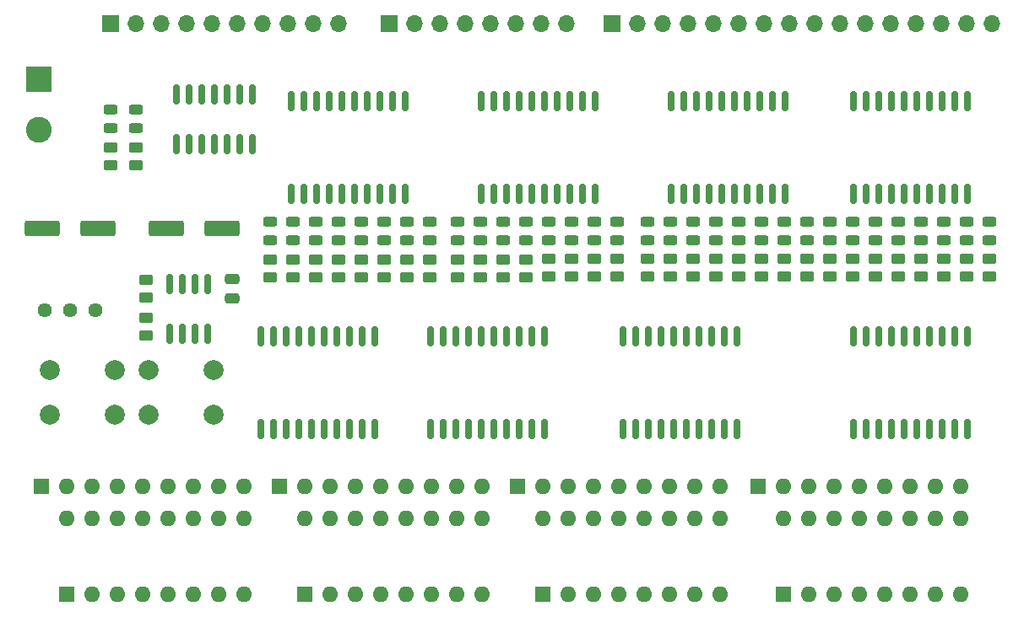
<source format=gbr>
%TF.GenerationSoftware,KiCad,Pcbnew,(6.0.0-0)*%
%TF.CreationDate,2022-03-08T07:21:29-05:00*%
%TF.ProjectId,Module-Tester,4d6f6475-6c65-42d5-9465-737465722e6b,rev?*%
%TF.SameCoordinates,Original*%
%TF.FileFunction,Soldermask,Top*%
%TF.FilePolarity,Negative*%
%FSLAX46Y46*%
G04 Gerber Fmt 4.6, Leading zero omitted, Abs format (unit mm)*
G04 Created by KiCad (PCBNEW (6.0.0-0)) date 2022-03-08 07:21:29*
%MOMM*%
%LPD*%
G01*
G04 APERTURE LIST*
G04 Aperture macros list*
%AMRoundRect*
0 Rectangle with rounded corners*
0 $1 Rounding radius*
0 $2 $3 $4 $5 $6 $7 $8 $9 X,Y pos of 4 corners*
0 Add a 4 corners polygon primitive as box body*
4,1,4,$2,$3,$4,$5,$6,$7,$8,$9,$2,$3,0*
0 Add four circle primitives for the rounded corners*
1,1,$1+$1,$2,$3*
1,1,$1+$1,$4,$5*
1,1,$1+$1,$6,$7*
1,1,$1+$1,$8,$9*
0 Add four rect primitives between the rounded corners*
20,1,$1+$1,$2,$3,$4,$5,0*
20,1,$1+$1,$4,$5,$6,$7,0*
20,1,$1+$1,$6,$7,$8,$9,0*
20,1,$1+$1,$8,$9,$2,$3,0*%
G04 Aperture macros list end*
%ADD10RoundRect,0.250000X-0.450000X0.262500X-0.450000X-0.262500X0.450000X-0.262500X0.450000X0.262500X0*%
%ADD11R,1.600000X1.600000*%
%ADD12O,1.600000X1.600000*%
%ADD13RoundRect,0.150000X0.150000X-0.875000X0.150000X0.875000X-0.150000X0.875000X-0.150000X-0.875000X0*%
%ADD14RoundRect,0.243750X0.456250X-0.243750X0.456250X0.243750X-0.456250X0.243750X-0.456250X-0.243750X0*%
%ADD15RoundRect,0.250000X-0.475000X0.250000X-0.475000X-0.250000X0.475000X-0.250000X0.475000X0.250000X0*%
%ADD16RoundRect,0.250000X-1.500000X-0.550000X1.500000X-0.550000X1.500000X0.550000X-1.500000X0.550000X0*%
%ADD17R,1.700000X1.700000*%
%ADD18O,1.700000X1.700000*%
%ADD19C,2.000000*%
%ADD20RoundRect,0.250000X0.450000X-0.262500X0.450000X0.262500X-0.450000X0.262500X-0.450000X-0.262500X0*%
%ADD21C,1.440000*%
%ADD22R,2.600000X2.600000*%
%ADD23C,2.600000*%
%ADD24RoundRect,0.150000X0.150000X-0.825000X0.150000X0.825000X-0.150000X0.825000X-0.150000X-0.825000X0*%
G04 APERTURE END LIST*
D10*
%TO.C,R15*%
X154832000Y-97167000D03*
X154832000Y-98992000D03*
%TD*%
D11*
%TO.C,RN3*%
X175874000Y-120002000D03*
D12*
X178414000Y-120002000D03*
X180954000Y-120002000D03*
X183494000Y-120002000D03*
X186034000Y-120002000D03*
X188574000Y-120002000D03*
X191114000Y-120002000D03*
X193654000Y-120002000D03*
X196194000Y-120002000D03*
%TD*%
D13*
%TO.C,U4*%
X148101000Y-90616000D03*
X149371000Y-90616000D03*
X150641000Y-90616000D03*
X151911000Y-90616000D03*
X153181000Y-90616000D03*
X154451000Y-90616000D03*
X155721000Y-90616000D03*
X156991000Y-90616000D03*
X158261000Y-90616000D03*
X159531000Y-90616000D03*
X159531000Y-81316000D03*
X158261000Y-81316000D03*
X156991000Y-81316000D03*
X155721000Y-81316000D03*
X154451000Y-81316000D03*
X153181000Y-81316000D03*
X151911000Y-81316000D03*
X150641000Y-81316000D03*
X149371000Y-81316000D03*
X148101000Y-81316000D03*
%TD*%
D14*
%TO.C,D26*%
X180740000Y-95285500D03*
X180740000Y-93410500D03*
%TD*%
%TO.C,D17*%
X159404000Y-95285500D03*
X159404000Y-93410500D03*
%TD*%
D15*
%TO.C,C2*%
X123082000Y-99240000D03*
X123082000Y-101140000D03*
%TD*%
D14*
%TO.C,D13*%
X150260000Y-95285500D03*
X150260000Y-93410500D03*
%TD*%
D13*
%TO.C,U2*%
X143021000Y-114238000D03*
X144291000Y-114238000D03*
X145561000Y-114238000D03*
X146831000Y-114238000D03*
X148101000Y-114238000D03*
X149371000Y-114238000D03*
X150641000Y-114238000D03*
X151911000Y-114238000D03*
X153181000Y-114238000D03*
X154451000Y-114238000D03*
X154451000Y-104938000D03*
X153181000Y-104938000D03*
X151911000Y-104938000D03*
X150641000Y-104938000D03*
X149371000Y-104938000D03*
X148101000Y-104938000D03*
X146831000Y-104938000D03*
X145561000Y-104938000D03*
X144291000Y-104938000D03*
X143021000Y-104938000D03*
%TD*%
D14*
%TO.C,D3*%
X126892000Y-95285500D03*
X126892000Y-93410500D03*
%TD*%
D13*
%TO.C,U5*%
X185439000Y-114238000D03*
X186709000Y-114238000D03*
X187979000Y-114238000D03*
X189249000Y-114238000D03*
X190519000Y-114238000D03*
X191789000Y-114238000D03*
X193059000Y-114238000D03*
X194329000Y-114238000D03*
X195599000Y-114238000D03*
X196869000Y-114238000D03*
X196869000Y-104938000D03*
X195599000Y-104938000D03*
X194329000Y-104938000D03*
X193059000Y-104938000D03*
X191789000Y-104938000D03*
X190519000Y-104938000D03*
X189249000Y-104938000D03*
X187979000Y-104938000D03*
X186709000Y-104938000D03*
X185439000Y-104938000D03*
%TD*%
D16*
%TO.C,C1*%
X116472000Y-94094000D03*
X122072000Y-94094000D03*
%TD*%
D17*
%TO.C,J3*%
X138830000Y-73520000D03*
D18*
X141370000Y-73520000D03*
X143910000Y-73520000D03*
X146450000Y-73520000D03*
X148990000Y-73520000D03*
X151530000Y-73520000D03*
X154070000Y-73520000D03*
X156610000Y-73520000D03*
%TD*%
D11*
%TO.C,SW4*%
X154299000Y-130881500D03*
D12*
X156839000Y-130881500D03*
X159379000Y-130881500D03*
X161919000Y-130881500D03*
X164459000Y-130881500D03*
X166999000Y-130881500D03*
X169539000Y-130881500D03*
X172079000Y-130881500D03*
X172079000Y-123261500D03*
X169539000Y-123261500D03*
X166999000Y-123261500D03*
X164459000Y-123261500D03*
X161919000Y-123261500D03*
X159379000Y-123261500D03*
X156839000Y-123261500D03*
X154299000Y-123261500D03*
%TD*%
D10*
%TO.C,R36*%
X114446000Y-103087500D03*
X114446000Y-104912500D03*
%TD*%
D14*
%TO.C,D28*%
X185312000Y-95285500D03*
X185312000Y-93410500D03*
%TD*%
D13*
%TO.C,U6*%
X162325000Y-114238000D03*
X163595000Y-114238000D03*
X164865000Y-114238000D03*
X166135000Y-114238000D03*
X167405000Y-114238000D03*
X168675000Y-114238000D03*
X169945000Y-114238000D03*
X171215000Y-114238000D03*
X172485000Y-114238000D03*
X173755000Y-114238000D03*
X173755000Y-104938000D03*
X172485000Y-104938000D03*
X171215000Y-104938000D03*
X169945000Y-104938000D03*
X168675000Y-104938000D03*
X167405000Y-104938000D03*
X166135000Y-104938000D03*
X164865000Y-104938000D03*
X163595000Y-104938000D03*
X162325000Y-104938000D03*
%TD*%
D14*
%TO.C,D15*%
X154832000Y-95285500D03*
X154832000Y-93410500D03*
%TD*%
D11*
%TO.C,SW1*%
X106522000Y-130881500D03*
D12*
X109062000Y-130881500D03*
X111602000Y-130881500D03*
X114142000Y-130881500D03*
X116682000Y-130881500D03*
X119222000Y-130881500D03*
X121762000Y-130881500D03*
X124302000Y-130881500D03*
X124302000Y-123261500D03*
X121762000Y-123261500D03*
X119222000Y-123261500D03*
X116682000Y-123261500D03*
X114142000Y-123261500D03*
X111602000Y-123261500D03*
X109062000Y-123261500D03*
X106522000Y-123261500D03*
%TD*%
D14*
%TO.C,D18*%
X161690000Y-95285500D03*
X161690000Y-93410500D03*
%TD*%
D10*
%TO.C,R26*%
X180740000Y-97167000D03*
X180740000Y-98992000D03*
%TD*%
%TO.C,R32*%
X194456000Y-97167000D03*
X194456000Y-98992000D03*
%TD*%
%TO.C,R27*%
X183026000Y-97167000D03*
X183026000Y-98992000D03*
%TD*%
%TO.C,R6*%
X133750000Y-97245500D03*
X133750000Y-99070500D03*
%TD*%
D16*
%TO.C,C3*%
X104026000Y-94094000D03*
X109626000Y-94094000D03*
%TD*%
D10*
%TO.C,R19*%
X164738000Y-97167000D03*
X164738000Y-98992000D03*
%TD*%
D14*
%TO.C,D1*%
X110890000Y-84031000D03*
X110890000Y-82156000D03*
%TD*%
D10*
%TO.C,R12*%
X147974000Y-97245500D03*
X147974000Y-99070500D03*
%TD*%
%TO.C,R1*%
X110890000Y-85991000D03*
X110890000Y-87816000D03*
%TD*%
%TO.C,R24*%
X176168000Y-97167000D03*
X176168000Y-98992000D03*
%TD*%
D14*
%TO.C,D19*%
X164738000Y-95285500D03*
X164738000Y-93410500D03*
%TD*%
D19*
%TO.C,SW6*%
X121252000Y-108354000D03*
X114752000Y-108354000D03*
X114752000Y-112854000D03*
X121252000Y-112854000D03*
%TD*%
D13*
%TO.C,U7*%
X185439000Y-90616000D03*
X186709000Y-90616000D03*
X187979000Y-90616000D03*
X189249000Y-90616000D03*
X190519000Y-90616000D03*
X191789000Y-90616000D03*
X193059000Y-90616000D03*
X194329000Y-90616000D03*
X195599000Y-90616000D03*
X196869000Y-90616000D03*
X196869000Y-81316000D03*
X195599000Y-81316000D03*
X194329000Y-81316000D03*
X193059000Y-81316000D03*
X191789000Y-81316000D03*
X190519000Y-81316000D03*
X189249000Y-81316000D03*
X187979000Y-81316000D03*
X186709000Y-81316000D03*
X185439000Y-81316000D03*
%TD*%
D19*
%TO.C,SW5*%
X111346000Y-108354000D03*
X104846000Y-108354000D03*
X111346000Y-112854000D03*
X104846000Y-112854000D03*
%TD*%
D10*
%TO.C,R4*%
X129178000Y-97245500D03*
X129178000Y-99070500D03*
%TD*%
D14*
%TO.C,D23*%
X173882000Y-95285500D03*
X173882000Y-93410500D03*
%TD*%
D10*
%TO.C,R5*%
X131464000Y-97245500D03*
X131464000Y-99070500D03*
%TD*%
D14*
%TO.C,D2*%
X113430000Y-84031000D03*
X113430000Y-82156000D03*
%TD*%
D20*
%TO.C,R35*%
X114446000Y-101102500D03*
X114446000Y-99277500D03*
%TD*%
D10*
%TO.C,R8*%
X138322000Y-97245500D03*
X138322000Y-99070500D03*
%TD*%
D14*
%TO.C,D7*%
X136036000Y-95285500D03*
X136036000Y-93410500D03*
%TD*%
%TO.C,D29*%
X187598000Y-95285500D03*
X187598000Y-93410500D03*
%TD*%
D10*
%TO.C,R18*%
X161690000Y-97167000D03*
X161690000Y-98992000D03*
%TD*%
D14*
%TO.C,D31*%
X192170000Y-95285500D03*
X192170000Y-93410500D03*
%TD*%
D11*
%TO.C,SW3*%
X178389000Y-130881500D03*
D12*
X180929000Y-130881500D03*
X183469000Y-130881500D03*
X186009000Y-130881500D03*
X188549000Y-130881500D03*
X191089000Y-130881500D03*
X193629000Y-130881500D03*
X196169000Y-130881500D03*
X196169000Y-123261500D03*
X193629000Y-123261500D03*
X191089000Y-123261500D03*
X188549000Y-123261500D03*
X186009000Y-123261500D03*
X183469000Y-123261500D03*
X180929000Y-123261500D03*
X178389000Y-123261500D03*
%TD*%
D10*
%TO.C,R30*%
X189884000Y-97167000D03*
X189884000Y-98992000D03*
%TD*%
D14*
%TO.C,D14*%
X152546000Y-95285500D03*
X152546000Y-93410500D03*
%TD*%
D10*
%TO.C,R23*%
X173882000Y-97167000D03*
X173882000Y-98992000D03*
%TD*%
D14*
%TO.C,D20*%
X167024000Y-95285500D03*
X167024000Y-93410500D03*
%TD*%
D21*
%TO.C,RV1*%
X104301000Y-102297000D03*
X106841000Y-102297000D03*
X109381000Y-102297000D03*
%TD*%
D13*
%TO.C,U1*%
X126003000Y-114238000D03*
X127273000Y-114238000D03*
X128543000Y-114238000D03*
X129813000Y-114238000D03*
X131083000Y-114238000D03*
X132353000Y-114238000D03*
X133623000Y-114238000D03*
X134893000Y-114238000D03*
X136163000Y-114238000D03*
X137433000Y-114238000D03*
X137433000Y-104938000D03*
X136163000Y-104938000D03*
X134893000Y-104938000D03*
X133623000Y-104938000D03*
X132353000Y-104938000D03*
X131083000Y-104938000D03*
X129813000Y-104938000D03*
X128543000Y-104938000D03*
X127273000Y-104938000D03*
X126003000Y-104938000D03*
%TD*%
D14*
%TO.C,D5*%
X131464000Y-95285500D03*
X131464000Y-93410500D03*
%TD*%
D22*
%TO.C,J1*%
X103727000Y-79103000D03*
D23*
X103727000Y-84183000D03*
%TD*%
D24*
%TO.C,U9*%
X116865000Y-104697000D03*
X118135000Y-104697000D03*
X119405000Y-104697000D03*
X120675000Y-104697000D03*
X120675000Y-99747000D03*
X119405000Y-99747000D03*
X118135000Y-99747000D03*
X116865000Y-99747000D03*
%TD*%
D10*
%TO.C,R22*%
X171596000Y-97167000D03*
X171596000Y-98992000D03*
%TD*%
D14*
%TO.C,D11*%
X145688000Y-95285500D03*
X145688000Y-93410500D03*
%TD*%
%TO.C,D21*%
X169310000Y-95285500D03*
X169310000Y-93410500D03*
%TD*%
%TO.C,D8*%
X138322000Y-95285500D03*
X138322000Y-93410500D03*
%TD*%
%TO.C,D9*%
X140608000Y-95285500D03*
X140608000Y-93410500D03*
%TD*%
D17*
%TO.C,J2*%
X110890000Y-73520000D03*
D18*
X113430000Y-73520000D03*
X115970000Y-73520000D03*
X118510000Y-73520000D03*
X121050000Y-73520000D03*
X123590000Y-73520000D03*
X126130000Y-73520000D03*
X128670000Y-73520000D03*
X131210000Y-73520000D03*
X133750000Y-73520000D03*
%TD*%
D11*
%TO.C,RN1*%
X103992000Y-120002000D03*
D12*
X106532000Y-120002000D03*
X109072000Y-120002000D03*
X111612000Y-120002000D03*
X114152000Y-120002000D03*
X116692000Y-120002000D03*
X119232000Y-120002000D03*
X121772000Y-120002000D03*
X124312000Y-120002000D03*
%TD*%
D10*
%TO.C,R13*%
X150260000Y-97245500D03*
X150260000Y-99070500D03*
%TD*%
%TO.C,R9*%
X140608000Y-97245500D03*
X140608000Y-99070500D03*
%TD*%
%TO.C,R16*%
X157118000Y-97167000D03*
X157118000Y-98992000D03*
%TD*%
D14*
%TO.C,D34*%
X199028000Y-95285500D03*
X199028000Y-93410500D03*
%TD*%
D10*
%TO.C,R17*%
X159404000Y-97167000D03*
X159404000Y-98992000D03*
%TD*%
%TO.C,R33*%
X196742000Y-97167000D03*
X196742000Y-98992000D03*
%TD*%
D14*
%TO.C,D27*%
X183026000Y-95285500D03*
X183026000Y-93410500D03*
%TD*%
D24*
%TO.C,U10*%
X117494000Y-85647000D03*
X118764000Y-85647000D03*
X120034000Y-85647000D03*
X121304000Y-85647000D03*
X122574000Y-85647000D03*
X123844000Y-85647000D03*
X125114000Y-85647000D03*
X125114000Y-80697000D03*
X123844000Y-80697000D03*
X122574000Y-80697000D03*
X121304000Y-80697000D03*
X120034000Y-80697000D03*
X118764000Y-80697000D03*
X117494000Y-80697000D03*
%TD*%
D13*
%TO.C,U3*%
X129051000Y-90616000D03*
X130321000Y-90616000D03*
X131591000Y-90616000D03*
X132861000Y-90616000D03*
X134131000Y-90616000D03*
X135401000Y-90616000D03*
X136671000Y-90616000D03*
X137941000Y-90616000D03*
X139211000Y-90616000D03*
X140481000Y-90616000D03*
X140481000Y-81316000D03*
X139211000Y-81316000D03*
X137941000Y-81316000D03*
X136671000Y-81316000D03*
X135401000Y-81316000D03*
X134131000Y-81316000D03*
X132861000Y-81316000D03*
X131591000Y-81316000D03*
X130321000Y-81316000D03*
X129051000Y-81316000D03*
%TD*%
D11*
%TO.C,RN2*%
X127868000Y-120002000D03*
D12*
X130408000Y-120002000D03*
X132948000Y-120002000D03*
X135488000Y-120002000D03*
X138028000Y-120002000D03*
X140568000Y-120002000D03*
X143108000Y-120002000D03*
X145648000Y-120002000D03*
X148188000Y-120002000D03*
%TD*%
D14*
%TO.C,D24*%
X176168000Y-95285500D03*
X176168000Y-93410500D03*
%TD*%
D10*
%TO.C,R14*%
X152546000Y-97245500D03*
X152546000Y-99070500D03*
%TD*%
D14*
%TO.C,D25*%
X178454000Y-95285500D03*
X178454000Y-93410500D03*
%TD*%
%TO.C,D6*%
X133750000Y-95285500D03*
X133750000Y-93410500D03*
%TD*%
%TO.C,D4*%
X129178000Y-95285500D03*
X129178000Y-93410500D03*
%TD*%
D13*
%TO.C,U8*%
X167151000Y-90616000D03*
X168421000Y-90616000D03*
X169691000Y-90616000D03*
X170961000Y-90616000D03*
X172231000Y-90616000D03*
X173501000Y-90616000D03*
X174771000Y-90616000D03*
X176041000Y-90616000D03*
X177311000Y-90616000D03*
X178581000Y-90616000D03*
X178581000Y-81316000D03*
X177311000Y-81316000D03*
X176041000Y-81316000D03*
X174771000Y-81316000D03*
X173501000Y-81316000D03*
X172231000Y-81316000D03*
X170961000Y-81316000D03*
X169691000Y-81316000D03*
X168421000Y-81316000D03*
X167151000Y-81316000D03*
%TD*%
D14*
%TO.C,D12*%
X147974000Y-95285500D03*
X147974000Y-93410500D03*
%TD*%
D11*
%TO.C,SW2*%
X130398000Y-130881500D03*
D12*
X132938000Y-130881500D03*
X135478000Y-130881500D03*
X138018000Y-130881500D03*
X140558000Y-130881500D03*
X143098000Y-130881500D03*
X145638000Y-130881500D03*
X148178000Y-130881500D03*
X148178000Y-123261500D03*
X145638000Y-123261500D03*
X143098000Y-123261500D03*
X140558000Y-123261500D03*
X138018000Y-123261500D03*
X135478000Y-123261500D03*
X132938000Y-123261500D03*
X130398000Y-123261500D03*
%TD*%
D17*
%TO.C,J4*%
X161182000Y-73520000D03*
D18*
X163722000Y-73520000D03*
X166262000Y-73520000D03*
X168802000Y-73520000D03*
X171342000Y-73520000D03*
X173882000Y-73520000D03*
X176422000Y-73520000D03*
X178962000Y-73520000D03*
X181502000Y-73520000D03*
X184042000Y-73520000D03*
X186582000Y-73520000D03*
X189122000Y-73520000D03*
X191662000Y-73520000D03*
X194202000Y-73520000D03*
X196742000Y-73520000D03*
X199282000Y-73520000D03*
%TD*%
D10*
%TO.C,R34*%
X199028000Y-97165500D03*
X199028000Y-98990500D03*
%TD*%
%TO.C,R28*%
X185312000Y-97167000D03*
X185312000Y-98992000D03*
%TD*%
%TO.C,R20*%
X167024000Y-97167000D03*
X167024000Y-98992000D03*
%TD*%
D14*
%TO.C,D30*%
X189884000Y-95285500D03*
X189884000Y-93410500D03*
%TD*%
D10*
%TO.C,R7*%
X136036000Y-97245500D03*
X136036000Y-99070500D03*
%TD*%
%TO.C,R3*%
X126892000Y-97245500D03*
X126892000Y-99070500D03*
%TD*%
%TO.C,R2*%
X113430000Y-85991000D03*
X113430000Y-87816000D03*
%TD*%
D11*
%TO.C,RN4*%
X151759000Y-120002000D03*
D12*
X154299000Y-120002000D03*
X156839000Y-120002000D03*
X159379000Y-120002000D03*
X161919000Y-120002000D03*
X164459000Y-120002000D03*
X166999000Y-120002000D03*
X169539000Y-120002000D03*
X172079000Y-120002000D03*
%TD*%
D14*
%TO.C,D10*%
X142894000Y-95285500D03*
X142894000Y-93410500D03*
%TD*%
%TO.C,D33*%
X196742000Y-95285500D03*
X196742000Y-93410500D03*
%TD*%
D10*
%TO.C,R25*%
X178454000Y-97167000D03*
X178454000Y-98992000D03*
%TD*%
%TO.C,R31*%
X192170000Y-97167000D03*
X192170000Y-98992000D03*
%TD*%
%TO.C,R21*%
X169310000Y-97167000D03*
X169310000Y-98992000D03*
%TD*%
%TO.C,R29*%
X187598000Y-97167000D03*
X187598000Y-98992000D03*
%TD*%
D14*
%TO.C,D32*%
X194456000Y-95285500D03*
X194456000Y-93410500D03*
%TD*%
%TO.C,D22*%
X171596000Y-95285500D03*
X171596000Y-93410500D03*
%TD*%
D10*
%TO.C,R10*%
X142894000Y-97245500D03*
X142894000Y-99070500D03*
%TD*%
D14*
%TO.C,D16*%
X157118000Y-95285500D03*
X157118000Y-93410500D03*
%TD*%
D10*
%TO.C,R11*%
X145688000Y-97245500D03*
X145688000Y-99070500D03*
%TD*%
M02*

</source>
